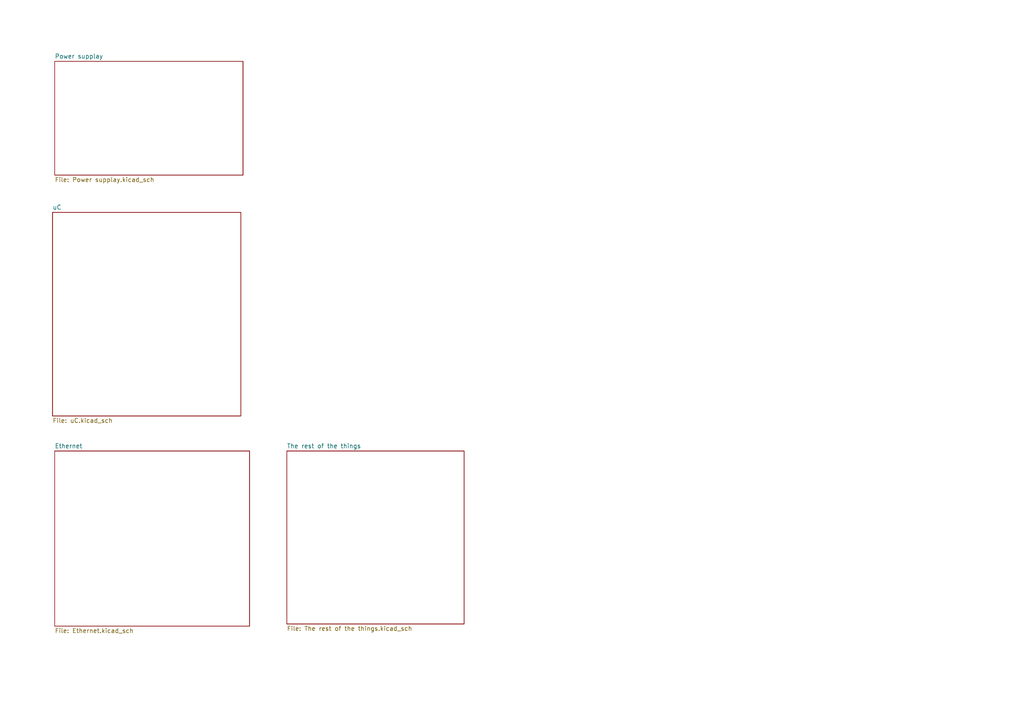
<source format=kicad_sch>
(kicad_sch
	(version 20250114)
	(generator "eeschema")
	(generator_version "9.0")
	(uuid "62bd2484-1963-4ffc-9701-8d7a398967a6")
	(paper "A4")
	(title_block
		(title "main schematic")
		(date "2026-01-13")
		(rev "0.0.2")
		(company "KN NaMi")
	)
	(lib_symbols)
	(sheet
		(at 15.875 130.81)
		(size 56.515 50.8)
		(exclude_from_sim no)
		(in_bom yes)
		(on_board yes)
		(dnp no)
		(fields_autoplaced yes)
		(stroke
			(width 0.1524)
			(type solid)
		)
		(fill
			(color 0 0 0 0.0000)
		)
		(uuid "4e8eca17-1e9c-4aea-a0d3-080214f76c45")
		(property "Sheetname" "Ethernet"
			(at 15.875 130.0984 0)
			(effects
				(font
					(size 1.27 1.27)
				)
				(justify left bottom)
			)
		)
		(property "Sheetfile" "Ethernet.kicad_sch"
			(at 15.875 182.1946 0)
			(effects
				(font
					(size 1.27 1.27)
				)
				(justify left top)
			)
		)
		(instances
			(project "STM_proto_board"
				(path "/62bd2484-1963-4ffc-9701-8d7a398967a6"
					(page "4")
				)
			)
		)
	)
	(sheet
		(at 83.185 130.81)
		(size 51.435 50.165)
		(exclude_from_sim no)
		(in_bom yes)
		(on_board yes)
		(dnp no)
		(fields_autoplaced yes)
		(stroke
			(width 0.1524)
			(type solid)
		)
		(fill
			(color 0 0 0 0.0000)
		)
		(uuid "5b3971f1-074d-4a54-aad8-675fd6343665")
		(property "Sheetname" "The rest of the things"
			(at 83.185 130.0984 0)
			(effects
				(font
					(size 1.27 1.27)
				)
				(justify left bottom)
			)
		)
		(property "Sheetfile" "The rest of the things.kicad_sch"
			(at 83.185 181.5596 0)
			(effects
				(font
					(size 1.27 1.27)
				)
				(justify left top)
			)
		)
		(instances
			(project "STM_proto_board"
				(path "/62bd2484-1963-4ffc-9701-8d7a398967a6"
					(page "5")
				)
			)
		)
	)
	(sheet
		(at 15.875 17.78)
		(size 54.61 33.02)
		(exclude_from_sim no)
		(in_bom yes)
		(on_board yes)
		(dnp no)
		(fields_autoplaced yes)
		(stroke
			(width 0.1524)
			(type solid)
		)
		(fill
			(color 0 0 0 0.0000)
		)
		(uuid "761fb369-d645-4a01-9946-156896f44b8e")
		(property "Sheetname" "Power supplay"
			(at 15.875 17.0684 0)
			(effects
				(font
					(size 1.27 1.27)
				)
				(justify left bottom)
			)
		)
		(property "Sheetfile" "Power supplay.kicad_sch"
			(at 15.875 51.3846 0)
			(effects
				(font
					(size 1.27 1.27)
				)
				(justify left top)
			)
		)
		(instances
			(project "STM_proto_board"
				(path "/62bd2484-1963-4ffc-9701-8d7a398967a6"
					(page "2")
				)
			)
		)
	)
	(sheet
		(at 15.24 61.595)
		(size 54.61 59.055)
		(exclude_from_sim no)
		(in_bom yes)
		(on_board yes)
		(dnp no)
		(fields_autoplaced yes)
		(stroke
			(width 0.1524)
			(type solid)
		)
		(fill
			(color 0 0 0 0.0000)
		)
		(uuid "8a05abd4-96ba-4133-bf72-ed07b49324a7")
		(property "Sheetname" "uC"
			(at 15.24 60.8834 0)
			(effects
				(font
					(size 1.27 1.27)
				)
				(justify left bottom)
			)
		)
		(property "Sheetfile" "uC.kicad_sch"
			(at 15.24 121.2346 0)
			(effects
				(font
					(size 1.27 1.27)
				)
				(justify left top)
			)
		)
		(instances
			(project "STM_proto_board"
				(path "/62bd2484-1963-4ffc-9701-8d7a398967a6"
					(page "3")
				)
			)
		)
	)
	(sheet_instances
		(path "/"
			(page "1")
		)
	)
	(embedded_fonts no)
)

</source>
